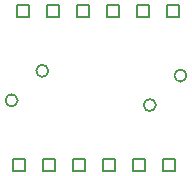
<source format=gbr>
G04*
G04 #@! TF.GenerationSoftware,Altium Limited,Altium Designer,25.8.1 (18)*
G04*
G04 Layer_Color=2752767*
%FSLAX25Y25*%
%MOIN*%
G70*
G04*
G04 #@! TF.SameCoordinates,25F45E09-9C10-4E27-91D0-FF4D7BA81395*
G04*
G04*
G04 #@! TF.FilePolarity,Positive*
G04*
G01*
G75*
%ADD27C,0.00500*%
%ADD28C,0.00667*%
D27*
X105673Y155386D02*
Y159386D01*
X109673D01*
Y155386D01*
X105673D01*
X115673D02*
Y159386D01*
X119673D01*
Y155386D01*
X115673D01*
X125673D02*
Y159386D01*
X129673D01*
Y155386D01*
X125673D01*
X135673D02*
Y159386D01*
X139673D01*
Y155386D01*
X135673D01*
X145673D02*
Y159386D01*
X149673D01*
Y155386D01*
X145673D01*
X155673D02*
Y159386D01*
X159673D01*
Y155386D01*
X155673D01*
X104500Y104000D02*
Y108000D01*
X108500D01*
Y104000D01*
X104500D01*
X114500D02*
Y108000D01*
X118500D01*
Y104000D01*
X114500D01*
X124500D02*
Y108000D01*
X128500D01*
Y104000D01*
X124500D01*
X134500D02*
Y108000D01*
X138500D01*
Y104000D01*
X134500D01*
X144500D02*
Y108000D01*
X148500D01*
Y104000D01*
X144500D01*
X154500D02*
Y108000D01*
X158500D01*
Y104000D01*
X154500D01*
D28*
X162236Y135827D02*
G03*
X162236Y135827I-2000J0D01*
G01*
X116173Y137402D02*
G03*
X116173Y137402I-2000J0D01*
G01*
X152000Y125984D02*
G03*
X152000Y125984I-2000J0D01*
G01*
X105937Y127559D02*
G03*
X105937Y127559I-2000J0D01*
G01*
M02*

</source>
